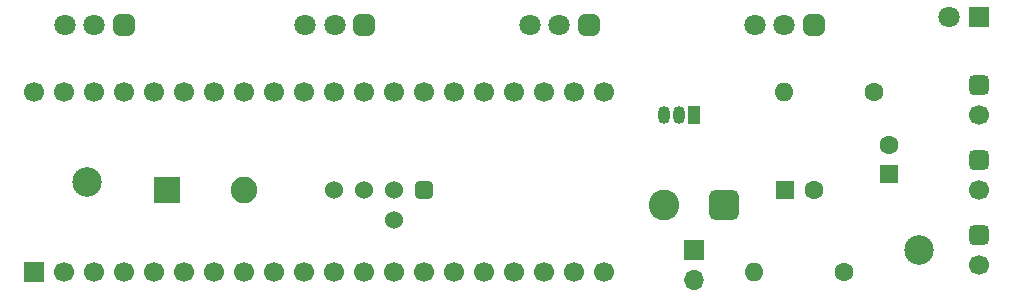
<source format=gbr>
%TF.GenerationSoftware,KiCad,Pcbnew,7.0.10*%
%TF.CreationDate,2024-01-28T18:06:39+01:00*%
%TF.ProjectId,daisy_01,64616973-795f-4303-912e-6b696361645f,rev?*%
%TF.SameCoordinates,Original*%
%TF.FileFunction,Soldermask,Bot*%
%TF.FilePolarity,Negative*%
%FSLAX46Y46*%
G04 Gerber Fmt 4.6, Leading zero omitted, Abs format (unit mm)*
G04 Created by KiCad (PCBNEW 7.0.10) date 2024-01-28 18:06:39*
%MOMM*%
%LPD*%
G01*
G04 APERTURE LIST*
G04 Aperture macros list*
%AMRoundRect*
0 Rectangle with rounded corners*
0 $1 Rounding radius*
0 $2 $3 $4 $5 $6 $7 $8 $9 X,Y pos of 4 corners*
0 Add a 4 corners polygon primitive as box body*
4,1,4,$2,$3,$4,$5,$6,$7,$8,$9,$2,$3,0*
0 Add four circle primitives for the rounded corners*
1,1,$1+$1,$2,$3*
1,1,$1+$1,$4,$5*
1,1,$1+$1,$6,$7*
1,1,$1+$1,$8,$9*
0 Add four rect primitives between the rounded corners*
20,1,$1+$1,$2,$3,$4,$5,0*
20,1,$1+$1,$4,$5,$6,$7,0*
20,1,$1+$1,$6,$7,$8,$9,0*
20,1,$1+$1,$8,$9,$2,$3,0*%
G04 Aperture macros list end*
%ADD10RoundRect,0.381000X0.381000X0.381000X-0.381000X0.381000X-0.381000X-0.381000X0.381000X-0.381000X0*%
%ADD11C,1.524000*%
%ADD12R,2.250000X2.250000*%
%ADD13C,2.250000*%
%ADD14RoundRect,0.450000X0.450000X-0.450000X0.450000X0.450000X-0.450000X0.450000X-0.450000X-0.450000X0*%
%ADD15C,1.800000*%
%ADD16R,1.600000X1.600000*%
%ADD17C,1.600000*%
%ADD18R,1.800000X1.800000*%
%ADD19R,1.700000X1.700000*%
%ADD20C,1.700000*%
%ADD21RoundRect,0.650000X0.650000X0.650000X-0.650000X0.650000X-0.650000X-0.650000X0.650000X-0.650000X0*%
%ADD22C,2.600000*%
%ADD23C,2.500000*%
%ADD24O,1.700000X1.700000*%
%ADD25RoundRect,0.425000X-0.425000X0.425000X-0.425000X-0.425000X0.425000X-0.425000X0.425000X0.425000X0*%
%ADD26R,1.050000X1.500000*%
%ADD27O,1.050000X1.500000*%
%ADD28O,1.600000X1.600000*%
G04 APERTURE END LIST*
D10*
%TO.C,SW2*%
X137160000Y-121920000D03*
D11*
X132080000Y-121920000D03*
X134620000Y-121920000D03*
X134620000Y-124460000D03*
X129540000Y-121920000D03*
%TD*%
D12*
%TO.C,SW3*%
X115420000Y-121920000D03*
D13*
X121920000Y-121920000D03*
%TD*%
D14*
%TO.C,RV2*%
X151090000Y-107995000D03*
D15*
X148590000Y-107995000D03*
X146090000Y-107995000D03*
%TD*%
D16*
%TO.C,C1*%
X176530000Y-120610000D03*
D17*
X176530000Y-118110000D03*
%TD*%
D14*
%TO.C,RV3*%
X132080000Y-107995000D03*
D15*
X129580000Y-107995000D03*
X127080000Y-107995000D03*
%TD*%
D18*
%TO.C,D1*%
X184150000Y-107315000D03*
D15*
X181610000Y-107315000D03*
%TD*%
D19*
%TO.C,U1*%
X104140000Y-128844400D03*
D20*
X106680000Y-128844400D03*
X109220000Y-128844400D03*
X111760000Y-128844400D03*
X114300000Y-128844400D03*
X116840000Y-128844400D03*
X119380000Y-128844400D03*
X121920000Y-128844400D03*
X124460000Y-128844400D03*
X127000000Y-128844400D03*
X129540000Y-128844400D03*
X132080000Y-128844400D03*
X134620000Y-128844400D03*
X137160000Y-128844400D03*
X139700000Y-128844400D03*
X142240000Y-128844400D03*
X144780000Y-128844400D03*
X147320000Y-128844400D03*
X149860000Y-128844400D03*
X152400000Y-128844400D03*
X152400000Y-113604400D03*
X149860000Y-113604400D03*
X147320000Y-113604400D03*
X144780000Y-113604400D03*
X142240000Y-113604400D03*
X139700000Y-113604400D03*
X137160000Y-113604400D03*
X134620000Y-113604400D03*
X132080000Y-113604400D03*
X129540000Y-113604400D03*
X127000000Y-113604400D03*
X124460000Y-113604400D03*
X121920000Y-113604400D03*
X119380000Y-113604400D03*
X116840000Y-113604400D03*
X114300000Y-113604400D03*
X111760000Y-113604400D03*
X109220000Y-113604400D03*
X106680000Y-113604400D03*
X104140000Y-113604400D03*
%TD*%
D14*
%TO.C,RV1*%
X170140000Y-107995000D03*
D15*
X167640000Y-107995000D03*
X165140000Y-107995000D03*
%TD*%
D21*
%TO.C,SW1*%
X162560000Y-123190000D03*
D22*
X157480000Y-123190000D03*
%TD*%
D16*
%TO.C,C2*%
X167680000Y-121920000D03*
D17*
X170180000Y-121920000D03*
%TD*%
D23*
%TO.C,screw1*%
X108585000Y-121285000D03*
%TD*%
D19*
%TO.C,BT1*%
X160020000Y-127000000D03*
D24*
X160020000Y-129540000D03*
%TD*%
D14*
%TO.C,RV4*%
X111720000Y-107995000D03*
D15*
X109220000Y-107995000D03*
X106720000Y-107995000D03*
%TD*%
D25*
%TO.C,J3*%
X184150000Y-119380000D03*
D20*
X184150000Y-121920000D03*
%TD*%
D26*
%TO.C,Q1*%
X160020000Y-115570000D03*
D27*
X158750000Y-115570000D03*
X157480000Y-115570000D03*
%TD*%
D25*
%TO.C,J1*%
X184150000Y-125730000D03*
D20*
X184150000Y-128270000D03*
%TD*%
D17*
%TO.C,R2*%
X172720000Y-128844400D03*
D28*
X165100000Y-128844400D03*
%TD*%
D17*
%TO.C,R1*%
X175260000Y-113604400D03*
D28*
X167640000Y-113604400D03*
%TD*%
D23*
%TO.C,screw2*%
X179070000Y-127000000D03*
%TD*%
D25*
%TO.C,J2*%
X184150000Y-113030000D03*
D20*
X184150000Y-115570000D03*
%TD*%
M02*

</source>
